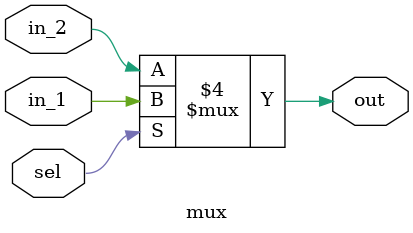
<source format=v>
`timescale 1ns / 1ps
module mux (out, sel, in_1, in_2); // enumeartion of port list

// port declaration and IO direction
output out;
input wire sel;
input wire in_1;
input wire in_2;


// behavioral modeling
reg out;
always @(sel, in_1, in_2) begin
	if (sel == 1)
		out <= in_1;
	else // sel = 0
		out <= in_2;
end
	
endmodule

</source>
